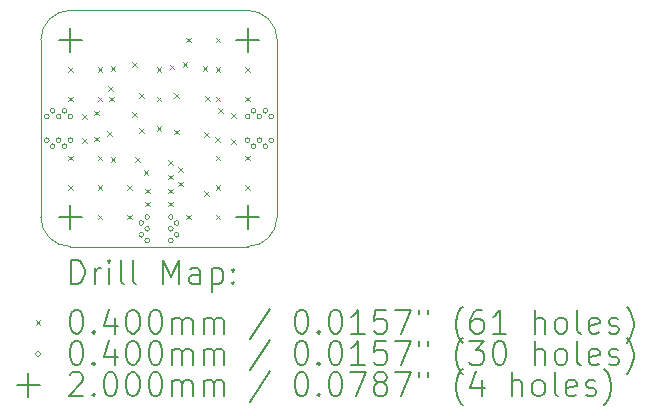
<source format=gbr>
%TF.GenerationSoftware,KiCad,Pcbnew,7.0.5+dfsg-2*%
%TF.CreationDate,2023-08-15T21:55:28+02:00*%
%TF.ProjectId,022-lumped-quadrature-coupler,3032322d-6c75-46d7-9065-642d71756164,1*%
%TF.SameCoordinates,Original*%
%TF.FileFunction,Drillmap*%
%TF.FilePolarity,Positive*%
%FSLAX45Y45*%
G04 Gerber Fmt 4.5, Leading zero omitted, Abs format (unit mm)*
G04 Created by KiCad (PCBNEW 7.0.5+dfsg-2) date 2023-08-15 21:55:28*
%MOMM*%
%LPD*%
G01*
G04 APERTURE LIST*
%ADD10C,0.100000*%
%ADD11C,0.200000*%
%ADD12C,0.040000*%
G04 APERTURE END LIST*
D10*
X13750000Y-8500000D02*
G75*
G03*
X14000000Y-8750000I250000J0D01*
G01*
X15500000Y-8750000D02*
X14000000Y-8750000D01*
X14000000Y-6750000D02*
X15500000Y-6750000D01*
X15750000Y-7000000D02*
X15750000Y-8500000D01*
X13750000Y-8500000D02*
X13750000Y-7000000D01*
X15500000Y-8750000D02*
G75*
G03*
X15750000Y-8500000I0J250000D01*
G01*
X15750000Y-7000000D02*
G75*
G03*
X15500000Y-6750000I-250000J0D01*
G01*
X14000000Y-6750000D02*
G75*
G03*
X13750000Y-7000000I0J-250000D01*
G01*
D11*
D12*
X13980000Y-7230000D02*
X14020000Y-7270000D01*
X14020000Y-7230000D02*
X13980000Y-7270000D01*
X13980000Y-7480000D02*
X14020000Y-7520000D01*
X14020000Y-7480000D02*
X13980000Y-7520000D01*
X13980000Y-7980000D02*
X14020000Y-8020000D01*
X14020000Y-7980000D02*
X13980000Y-8020000D01*
X13980000Y-8230000D02*
X14020000Y-8270000D01*
X14020000Y-8230000D02*
X13980000Y-8270000D01*
X14100000Y-7630000D02*
X14140000Y-7670000D01*
X14140000Y-7630000D02*
X14100000Y-7670000D01*
X14100000Y-7830000D02*
X14140000Y-7870000D01*
X14140000Y-7830000D02*
X14100000Y-7870000D01*
X14200000Y-7600000D02*
X14240000Y-7640000D01*
X14240000Y-7600000D02*
X14200000Y-7640000D01*
X14200000Y-7820000D02*
X14240000Y-7860000D01*
X14240000Y-7820000D02*
X14200000Y-7860000D01*
X14230000Y-7230000D02*
X14270000Y-7270000D01*
X14270000Y-7230000D02*
X14230000Y-7270000D01*
X14230000Y-7480000D02*
X14270000Y-7520000D01*
X14270000Y-7480000D02*
X14230000Y-7520000D01*
X14230000Y-7980000D02*
X14270000Y-8020000D01*
X14270000Y-7980000D02*
X14230000Y-8020000D01*
X14230000Y-8230000D02*
X14270000Y-8270000D01*
X14270000Y-8230000D02*
X14230000Y-8270000D01*
X14230000Y-8480000D02*
X14270000Y-8520000D01*
X14270000Y-8480000D02*
X14230000Y-8520000D01*
X14310000Y-7770000D02*
X14350000Y-7810000D01*
X14350000Y-7770000D02*
X14310000Y-7810000D01*
X14320000Y-7390000D02*
X14360000Y-7430000D01*
X14360000Y-7390000D02*
X14320000Y-7430000D01*
X14330000Y-7480000D02*
X14370000Y-7520000D01*
X14370000Y-7480000D02*
X14330000Y-7520000D01*
X14340000Y-7220000D02*
X14380000Y-7260000D01*
X14380000Y-7220000D02*
X14340000Y-7260000D01*
X14340000Y-7990000D02*
X14380000Y-8030000D01*
X14380000Y-7990000D02*
X14340000Y-8030000D01*
X14480000Y-8230000D02*
X14520000Y-8270000D01*
X14520000Y-8230000D02*
X14480000Y-8270000D01*
X14480000Y-8480000D02*
X14520000Y-8520000D01*
X14520000Y-8480000D02*
X14480000Y-8520000D01*
X14520000Y-7190000D02*
X14560000Y-7230000D01*
X14560000Y-7190000D02*
X14520000Y-7230000D01*
X14520000Y-7610000D02*
X14560000Y-7650000D01*
X14560000Y-7610000D02*
X14520000Y-7650000D01*
X14550000Y-7990000D02*
X14590000Y-8030000D01*
X14590000Y-7990000D02*
X14550000Y-8030000D01*
X14580000Y-7450000D02*
X14620000Y-7490000D01*
X14620000Y-7450000D02*
X14580000Y-7490000D01*
X14580000Y-7750000D02*
X14620000Y-7790000D01*
X14620000Y-7750000D02*
X14580000Y-7790000D01*
X14620000Y-8100000D02*
X14660000Y-8140000D01*
X14660000Y-8100000D02*
X14620000Y-8140000D01*
X14630000Y-8260000D02*
X14670000Y-8300000D01*
X14670000Y-8260000D02*
X14630000Y-8300000D01*
X14630000Y-8370000D02*
X14670000Y-8410000D01*
X14670000Y-8370000D02*
X14630000Y-8410000D01*
X14730000Y-7230000D02*
X14770000Y-7270000D01*
X14770000Y-7230000D02*
X14730000Y-7270000D01*
X14730000Y-7480000D02*
X14770000Y-7520000D01*
X14770000Y-7480000D02*
X14730000Y-7520000D01*
X14730000Y-7730000D02*
X14770000Y-7770000D01*
X14770000Y-7730000D02*
X14730000Y-7770000D01*
X14830000Y-8020000D02*
X14870000Y-8060000D01*
X14870000Y-8020000D02*
X14830000Y-8060000D01*
X14830000Y-8140000D02*
X14870000Y-8180000D01*
X14870000Y-8140000D02*
X14830000Y-8180000D01*
X14830000Y-8260000D02*
X14870000Y-8300000D01*
X14870000Y-8260000D02*
X14830000Y-8300000D01*
X14830000Y-8370000D02*
X14870000Y-8410000D01*
X14870000Y-8370000D02*
X14830000Y-8410000D01*
X14840000Y-7210000D02*
X14880000Y-7250000D01*
X14880000Y-7210000D02*
X14840000Y-7250000D01*
X14880000Y-7450000D02*
X14920000Y-7490000D01*
X14920000Y-7450000D02*
X14880000Y-7490000D01*
X14880000Y-7760000D02*
X14920000Y-7800000D01*
X14920000Y-7760000D02*
X14880000Y-7800000D01*
X14910000Y-8080000D02*
X14950000Y-8120000D01*
X14950000Y-8080000D02*
X14910000Y-8120000D01*
X14910000Y-8200000D02*
X14950000Y-8240000D01*
X14950000Y-8200000D02*
X14910000Y-8240000D01*
X14950000Y-7190000D02*
X14990000Y-7230000D01*
X14990000Y-7190000D02*
X14950000Y-7230000D01*
X14980000Y-6980000D02*
X15020000Y-7020000D01*
X15020000Y-6980000D02*
X14980000Y-7020000D01*
X14980000Y-8480000D02*
X15020000Y-8520000D01*
X15020000Y-8480000D02*
X14980000Y-8520000D01*
X15120000Y-7220000D02*
X15160000Y-7260000D01*
X15160000Y-7220000D02*
X15120000Y-7260000D01*
X15130000Y-7780000D02*
X15170000Y-7820000D01*
X15170000Y-7780000D02*
X15130000Y-7820000D01*
X15130000Y-8280000D02*
X15170000Y-8320000D01*
X15170000Y-8280000D02*
X15130000Y-8320000D01*
X15140082Y-7473639D02*
X15180082Y-7513639D01*
X15180082Y-7473639D02*
X15140082Y-7513639D01*
X15225341Y-7826467D02*
X15265341Y-7866467D01*
X15265341Y-7826467D02*
X15225341Y-7866467D01*
X15230000Y-6980000D02*
X15270000Y-7020000D01*
X15270000Y-6980000D02*
X15230000Y-7020000D01*
X15230000Y-7230000D02*
X15270000Y-7270000D01*
X15270000Y-7230000D02*
X15230000Y-7270000D01*
X15230000Y-7480000D02*
X15270000Y-7520000D01*
X15270000Y-7480000D02*
X15230000Y-7520000D01*
X15230000Y-7980000D02*
X15270000Y-8020000D01*
X15270000Y-7980000D02*
X15230000Y-8020000D01*
X15230000Y-8230000D02*
X15270000Y-8270000D01*
X15270000Y-8230000D02*
X15230000Y-8270000D01*
X15230000Y-8480000D02*
X15270000Y-8520000D01*
X15270000Y-8480000D02*
X15230000Y-8520000D01*
X15250000Y-7580000D02*
X15290000Y-7620000D01*
X15290000Y-7580000D02*
X15250000Y-7620000D01*
X15360000Y-7620000D02*
X15400000Y-7660000D01*
X15400000Y-7620000D02*
X15360000Y-7660000D01*
X15360000Y-7840000D02*
X15400000Y-7880000D01*
X15400000Y-7840000D02*
X15360000Y-7880000D01*
X15480000Y-7230000D02*
X15520000Y-7270000D01*
X15520000Y-7230000D02*
X15480000Y-7270000D01*
X15480000Y-7480000D02*
X15520000Y-7520000D01*
X15520000Y-7480000D02*
X15480000Y-7520000D01*
X15480000Y-7980000D02*
X15520000Y-8020000D01*
X15520000Y-7980000D02*
X15480000Y-8020000D01*
X15480000Y-8230000D02*
X15520000Y-8270000D01*
X15520000Y-8230000D02*
X15480000Y-8270000D01*
X13820000Y-7650000D02*
G75*
G03*
X13820000Y-7650000I-20000J0D01*
G01*
X13820000Y-7850000D02*
G75*
G03*
X13820000Y-7850000I-20000J0D01*
G01*
X13870000Y-7600000D02*
G75*
G03*
X13870000Y-7600000I-20000J0D01*
G01*
X13870000Y-7900000D02*
G75*
G03*
X13870000Y-7900000I-20000J0D01*
G01*
X13920000Y-7650000D02*
G75*
G03*
X13920000Y-7650000I-20000J0D01*
G01*
X13920000Y-7850000D02*
G75*
G03*
X13920000Y-7850000I-20000J0D01*
G01*
X13970000Y-7600000D02*
G75*
G03*
X13970000Y-7600000I-20000J0D01*
G01*
X13970000Y-7900000D02*
G75*
G03*
X13970000Y-7900000I-20000J0D01*
G01*
X14020000Y-7650000D02*
G75*
G03*
X14020000Y-7650000I-20000J0D01*
G01*
X14020000Y-7850000D02*
G75*
G03*
X14020000Y-7850000I-20000J0D01*
G01*
X14620000Y-8550000D02*
G75*
G03*
X14620000Y-8550000I-20000J0D01*
G01*
X14620000Y-8650000D02*
G75*
G03*
X14620000Y-8650000I-20000J0D01*
G01*
X14670000Y-8500000D02*
G75*
G03*
X14670000Y-8500000I-20000J0D01*
G01*
X14670000Y-8600000D02*
G75*
G03*
X14670000Y-8600000I-20000J0D01*
G01*
X14670000Y-8700000D02*
G75*
G03*
X14670000Y-8700000I-20000J0D01*
G01*
X14870000Y-8500000D02*
G75*
G03*
X14870000Y-8500000I-20000J0D01*
G01*
X14870000Y-8600000D02*
G75*
G03*
X14870000Y-8600000I-20000J0D01*
G01*
X14870000Y-8700000D02*
G75*
G03*
X14870000Y-8700000I-20000J0D01*
G01*
X14920000Y-8550000D02*
G75*
G03*
X14920000Y-8550000I-20000J0D01*
G01*
X14920000Y-8650000D02*
G75*
G03*
X14920000Y-8650000I-20000J0D01*
G01*
X15520000Y-7650000D02*
G75*
G03*
X15520000Y-7650000I-20000J0D01*
G01*
X15520000Y-7850000D02*
G75*
G03*
X15520000Y-7850000I-20000J0D01*
G01*
X15570000Y-7600000D02*
G75*
G03*
X15570000Y-7600000I-20000J0D01*
G01*
X15570000Y-7900000D02*
G75*
G03*
X15570000Y-7900000I-20000J0D01*
G01*
X15620000Y-7650000D02*
G75*
G03*
X15620000Y-7650000I-20000J0D01*
G01*
X15620000Y-7850000D02*
G75*
G03*
X15620000Y-7850000I-20000J0D01*
G01*
X15670000Y-7600000D02*
G75*
G03*
X15670000Y-7600000I-20000J0D01*
G01*
X15670000Y-7900000D02*
G75*
G03*
X15670000Y-7900000I-20000J0D01*
G01*
X15720000Y-7650000D02*
G75*
G03*
X15720000Y-7650000I-20000J0D01*
G01*
X15720000Y-7850000D02*
G75*
G03*
X15720000Y-7850000I-20000J0D01*
G01*
D11*
X14000000Y-6900000D02*
X14000000Y-7100000D01*
X13900000Y-7000000D02*
X14100000Y-7000000D01*
X14000000Y-8400000D02*
X14000000Y-8600000D01*
X13900000Y-8500000D02*
X14100000Y-8500000D01*
X15500000Y-6900000D02*
X15500000Y-7100000D01*
X15400000Y-7000000D02*
X15600000Y-7000000D01*
X15500000Y-8400000D02*
X15500000Y-8600000D01*
X15400000Y-8500000D02*
X15600000Y-8500000D01*
X14005777Y-9066484D02*
X14005777Y-8866484D01*
X14005777Y-8866484D02*
X14053396Y-8866484D01*
X14053396Y-8866484D02*
X14081967Y-8876008D01*
X14081967Y-8876008D02*
X14101015Y-8895055D01*
X14101015Y-8895055D02*
X14110539Y-8914103D01*
X14110539Y-8914103D02*
X14120062Y-8952198D01*
X14120062Y-8952198D02*
X14120062Y-8980770D01*
X14120062Y-8980770D02*
X14110539Y-9018865D01*
X14110539Y-9018865D02*
X14101015Y-9037912D01*
X14101015Y-9037912D02*
X14081967Y-9056960D01*
X14081967Y-9056960D02*
X14053396Y-9066484D01*
X14053396Y-9066484D02*
X14005777Y-9066484D01*
X14205777Y-9066484D02*
X14205777Y-8933150D01*
X14205777Y-8971246D02*
X14215301Y-8952198D01*
X14215301Y-8952198D02*
X14224824Y-8942674D01*
X14224824Y-8942674D02*
X14243872Y-8933150D01*
X14243872Y-8933150D02*
X14262920Y-8933150D01*
X14329586Y-9066484D02*
X14329586Y-8933150D01*
X14329586Y-8866484D02*
X14320062Y-8876008D01*
X14320062Y-8876008D02*
X14329586Y-8885531D01*
X14329586Y-8885531D02*
X14339110Y-8876008D01*
X14339110Y-8876008D02*
X14329586Y-8866484D01*
X14329586Y-8866484D02*
X14329586Y-8885531D01*
X14453396Y-9066484D02*
X14434348Y-9056960D01*
X14434348Y-9056960D02*
X14424824Y-9037912D01*
X14424824Y-9037912D02*
X14424824Y-8866484D01*
X14558158Y-9066484D02*
X14539110Y-9056960D01*
X14539110Y-9056960D02*
X14529586Y-9037912D01*
X14529586Y-9037912D02*
X14529586Y-8866484D01*
X14786729Y-9066484D02*
X14786729Y-8866484D01*
X14786729Y-8866484D02*
X14853396Y-9009341D01*
X14853396Y-9009341D02*
X14920062Y-8866484D01*
X14920062Y-8866484D02*
X14920062Y-9066484D01*
X15101015Y-9066484D02*
X15101015Y-8961722D01*
X15101015Y-8961722D02*
X15091491Y-8942674D01*
X15091491Y-8942674D02*
X15072443Y-8933150D01*
X15072443Y-8933150D02*
X15034348Y-8933150D01*
X15034348Y-8933150D02*
X15015301Y-8942674D01*
X15101015Y-9056960D02*
X15081967Y-9066484D01*
X15081967Y-9066484D02*
X15034348Y-9066484D01*
X15034348Y-9066484D02*
X15015301Y-9056960D01*
X15015301Y-9056960D02*
X15005777Y-9037912D01*
X15005777Y-9037912D02*
X15005777Y-9018865D01*
X15005777Y-9018865D02*
X15015301Y-8999817D01*
X15015301Y-8999817D02*
X15034348Y-8990293D01*
X15034348Y-8990293D02*
X15081967Y-8990293D01*
X15081967Y-8990293D02*
X15101015Y-8980770D01*
X15196253Y-8933150D02*
X15196253Y-9133150D01*
X15196253Y-8942674D02*
X15215301Y-8933150D01*
X15215301Y-8933150D02*
X15253396Y-8933150D01*
X15253396Y-8933150D02*
X15272443Y-8942674D01*
X15272443Y-8942674D02*
X15281967Y-8952198D01*
X15281967Y-8952198D02*
X15291491Y-8971246D01*
X15291491Y-8971246D02*
X15291491Y-9028389D01*
X15291491Y-9028389D02*
X15281967Y-9047436D01*
X15281967Y-9047436D02*
X15272443Y-9056960D01*
X15272443Y-9056960D02*
X15253396Y-9066484D01*
X15253396Y-9066484D02*
X15215301Y-9066484D01*
X15215301Y-9066484D02*
X15196253Y-9056960D01*
X15377205Y-9047436D02*
X15386729Y-9056960D01*
X15386729Y-9056960D02*
X15377205Y-9066484D01*
X15377205Y-9066484D02*
X15367682Y-9056960D01*
X15367682Y-9056960D02*
X15377205Y-9047436D01*
X15377205Y-9047436D02*
X15377205Y-9066484D01*
X15377205Y-8942674D02*
X15386729Y-8952198D01*
X15386729Y-8952198D02*
X15377205Y-8961722D01*
X15377205Y-8961722D02*
X15367682Y-8952198D01*
X15367682Y-8952198D02*
X15377205Y-8942674D01*
X15377205Y-8942674D02*
X15377205Y-8961722D01*
D12*
X13705000Y-9375000D02*
X13745000Y-9415000D01*
X13745000Y-9375000D02*
X13705000Y-9415000D01*
D11*
X14043872Y-9286484D02*
X14062920Y-9286484D01*
X14062920Y-9286484D02*
X14081967Y-9296008D01*
X14081967Y-9296008D02*
X14091491Y-9305531D01*
X14091491Y-9305531D02*
X14101015Y-9324579D01*
X14101015Y-9324579D02*
X14110539Y-9362674D01*
X14110539Y-9362674D02*
X14110539Y-9410293D01*
X14110539Y-9410293D02*
X14101015Y-9448389D01*
X14101015Y-9448389D02*
X14091491Y-9467436D01*
X14091491Y-9467436D02*
X14081967Y-9476960D01*
X14081967Y-9476960D02*
X14062920Y-9486484D01*
X14062920Y-9486484D02*
X14043872Y-9486484D01*
X14043872Y-9486484D02*
X14024824Y-9476960D01*
X14024824Y-9476960D02*
X14015301Y-9467436D01*
X14015301Y-9467436D02*
X14005777Y-9448389D01*
X14005777Y-9448389D02*
X13996253Y-9410293D01*
X13996253Y-9410293D02*
X13996253Y-9362674D01*
X13996253Y-9362674D02*
X14005777Y-9324579D01*
X14005777Y-9324579D02*
X14015301Y-9305531D01*
X14015301Y-9305531D02*
X14024824Y-9296008D01*
X14024824Y-9296008D02*
X14043872Y-9286484D01*
X14196253Y-9467436D02*
X14205777Y-9476960D01*
X14205777Y-9476960D02*
X14196253Y-9486484D01*
X14196253Y-9486484D02*
X14186729Y-9476960D01*
X14186729Y-9476960D02*
X14196253Y-9467436D01*
X14196253Y-9467436D02*
X14196253Y-9486484D01*
X14377205Y-9353150D02*
X14377205Y-9486484D01*
X14329586Y-9276960D02*
X14281967Y-9419817D01*
X14281967Y-9419817D02*
X14405777Y-9419817D01*
X14520062Y-9286484D02*
X14539110Y-9286484D01*
X14539110Y-9286484D02*
X14558158Y-9296008D01*
X14558158Y-9296008D02*
X14567682Y-9305531D01*
X14567682Y-9305531D02*
X14577205Y-9324579D01*
X14577205Y-9324579D02*
X14586729Y-9362674D01*
X14586729Y-9362674D02*
X14586729Y-9410293D01*
X14586729Y-9410293D02*
X14577205Y-9448389D01*
X14577205Y-9448389D02*
X14567682Y-9467436D01*
X14567682Y-9467436D02*
X14558158Y-9476960D01*
X14558158Y-9476960D02*
X14539110Y-9486484D01*
X14539110Y-9486484D02*
X14520062Y-9486484D01*
X14520062Y-9486484D02*
X14501015Y-9476960D01*
X14501015Y-9476960D02*
X14491491Y-9467436D01*
X14491491Y-9467436D02*
X14481967Y-9448389D01*
X14481967Y-9448389D02*
X14472443Y-9410293D01*
X14472443Y-9410293D02*
X14472443Y-9362674D01*
X14472443Y-9362674D02*
X14481967Y-9324579D01*
X14481967Y-9324579D02*
X14491491Y-9305531D01*
X14491491Y-9305531D02*
X14501015Y-9296008D01*
X14501015Y-9296008D02*
X14520062Y-9286484D01*
X14710539Y-9286484D02*
X14729586Y-9286484D01*
X14729586Y-9286484D02*
X14748634Y-9296008D01*
X14748634Y-9296008D02*
X14758158Y-9305531D01*
X14758158Y-9305531D02*
X14767682Y-9324579D01*
X14767682Y-9324579D02*
X14777205Y-9362674D01*
X14777205Y-9362674D02*
X14777205Y-9410293D01*
X14777205Y-9410293D02*
X14767682Y-9448389D01*
X14767682Y-9448389D02*
X14758158Y-9467436D01*
X14758158Y-9467436D02*
X14748634Y-9476960D01*
X14748634Y-9476960D02*
X14729586Y-9486484D01*
X14729586Y-9486484D02*
X14710539Y-9486484D01*
X14710539Y-9486484D02*
X14691491Y-9476960D01*
X14691491Y-9476960D02*
X14681967Y-9467436D01*
X14681967Y-9467436D02*
X14672443Y-9448389D01*
X14672443Y-9448389D02*
X14662920Y-9410293D01*
X14662920Y-9410293D02*
X14662920Y-9362674D01*
X14662920Y-9362674D02*
X14672443Y-9324579D01*
X14672443Y-9324579D02*
X14681967Y-9305531D01*
X14681967Y-9305531D02*
X14691491Y-9296008D01*
X14691491Y-9296008D02*
X14710539Y-9286484D01*
X14862920Y-9486484D02*
X14862920Y-9353150D01*
X14862920Y-9372198D02*
X14872443Y-9362674D01*
X14872443Y-9362674D02*
X14891491Y-9353150D01*
X14891491Y-9353150D02*
X14920063Y-9353150D01*
X14920063Y-9353150D02*
X14939110Y-9362674D01*
X14939110Y-9362674D02*
X14948634Y-9381722D01*
X14948634Y-9381722D02*
X14948634Y-9486484D01*
X14948634Y-9381722D02*
X14958158Y-9362674D01*
X14958158Y-9362674D02*
X14977205Y-9353150D01*
X14977205Y-9353150D02*
X15005777Y-9353150D01*
X15005777Y-9353150D02*
X15024824Y-9362674D01*
X15024824Y-9362674D02*
X15034348Y-9381722D01*
X15034348Y-9381722D02*
X15034348Y-9486484D01*
X15129586Y-9486484D02*
X15129586Y-9353150D01*
X15129586Y-9372198D02*
X15139110Y-9362674D01*
X15139110Y-9362674D02*
X15158158Y-9353150D01*
X15158158Y-9353150D02*
X15186729Y-9353150D01*
X15186729Y-9353150D02*
X15205777Y-9362674D01*
X15205777Y-9362674D02*
X15215301Y-9381722D01*
X15215301Y-9381722D02*
X15215301Y-9486484D01*
X15215301Y-9381722D02*
X15224824Y-9362674D01*
X15224824Y-9362674D02*
X15243872Y-9353150D01*
X15243872Y-9353150D02*
X15272443Y-9353150D01*
X15272443Y-9353150D02*
X15291491Y-9362674D01*
X15291491Y-9362674D02*
X15301015Y-9381722D01*
X15301015Y-9381722D02*
X15301015Y-9486484D01*
X15691491Y-9276960D02*
X15520063Y-9534103D01*
X15948634Y-9286484D02*
X15967682Y-9286484D01*
X15967682Y-9286484D02*
X15986729Y-9296008D01*
X15986729Y-9296008D02*
X15996253Y-9305531D01*
X15996253Y-9305531D02*
X16005777Y-9324579D01*
X16005777Y-9324579D02*
X16015301Y-9362674D01*
X16015301Y-9362674D02*
X16015301Y-9410293D01*
X16015301Y-9410293D02*
X16005777Y-9448389D01*
X16005777Y-9448389D02*
X15996253Y-9467436D01*
X15996253Y-9467436D02*
X15986729Y-9476960D01*
X15986729Y-9476960D02*
X15967682Y-9486484D01*
X15967682Y-9486484D02*
X15948634Y-9486484D01*
X15948634Y-9486484D02*
X15929586Y-9476960D01*
X15929586Y-9476960D02*
X15920063Y-9467436D01*
X15920063Y-9467436D02*
X15910539Y-9448389D01*
X15910539Y-9448389D02*
X15901015Y-9410293D01*
X15901015Y-9410293D02*
X15901015Y-9362674D01*
X15901015Y-9362674D02*
X15910539Y-9324579D01*
X15910539Y-9324579D02*
X15920063Y-9305531D01*
X15920063Y-9305531D02*
X15929586Y-9296008D01*
X15929586Y-9296008D02*
X15948634Y-9286484D01*
X16101015Y-9467436D02*
X16110539Y-9476960D01*
X16110539Y-9476960D02*
X16101015Y-9486484D01*
X16101015Y-9486484D02*
X16091491Y-9476960D01*
X16091491Y-9476960D02*
X16101015Y-9467436D01*
X16101015Y-9467436D02*
X16101015Y-9486484D01*
X16234348Y-9286484D02*
X16253396Y-9286484D01*
X16253396Y-9286484D02*
X16272444Y-9296008D01*
X16272444Y-9296008D02*
X16281967Y-9305531D01*
X16281967Y-9305531D02*
X16291491Y-9324579D01*
X16291491Y-9324579D02*
X16301015Y-9362674D01*
X16301015Y-9362674D02*
X16301015Y-9410293D01*
X16301015Y-9410293D02*
X16291491Y-9448389D01*
X16291491Y-9448389D02*
X16281967Y-9467436D01*
X16281967Y-9467436D02*
X16272444Y-9476960D01*
X16272444Y-9476960D02*
X16253396Y-9486484D01*
X16253396Y-9486484D02*
X16234348Y-9486484D01*
X16234348Y-9486484D02*
X16215301Y-9476960D01*
X16215301Y-9476960D02*
X16205777Y-9467436D01*
X16205777Y-9467436D02*
X16196253Y-9448389D01*
X16196253Y-9448389D02*
X16186729Y-9410293D01*
X16186729Y-9410293D02*
X16186729Y-9362674D01*
X16186729Y-9362674D02*
X16196253Y-9324579D01*
X16196253Y-9324579D02*
X16205777Y-9305531D01*
X16205777Y-9305531D02*
X16215301Y-9296008D01*
X16215301Y-9296008D02*
X16234348Y-9286484D01*
X16491491Y-9486484D02*
X16377206Y-9486484D01*
X16434348Y-9486484D02*
X16434348Y-9286484D01*
X16434348Y-9286484D02*
X16415301Y-9315055D01*
X16415301Y-9315055D02*
X16396253Y-9334103D01*
X16396253Y-9334103D02*
X16377206Y-9343627D01*
X16672444Y-9286484D02*
X16577206Y-9286484D01*
X16577206Y-9286484D02*
X16567682Y-9381722D01*
X16567682Y-9381722D02*
X16577206Y-9372198D01*
X16577206Y-9372198D02*
X16596253Y-9362674D01*
X16596253Y-9362674D02*
X16643872Y-9362674D01*
X16643872Y-9362674D02*
X16662920Y-9372198D01*
X16662920Y-9372198D02*
X16672444Y-9381722D01*
X16672444Y-9381722D02*
X16681967Y-9400770D01*
X16681967Y-9400770D02*
X16681967Y-9448389D01*
X16681967Y-9448389D02*
X16672444Y-9467436D01*
X16672444Y-9467436D02*
X16662920Y-9476960D01*
X16662920Y-9476960D02*
X16643872Y-9486484D01*
X16643872Y-9486484D02*
X16596253Y-9486484D01*
X16596253Y-9486484D02*
X16577206Y-9476960D01*
X16577206Y-9476960D02*
X16567682Y-9467436D01*
X16748634Y-9286484D02*
X16881968Y-9286484D01*
X16881968Y-9286484D02*
X16796253Y-9486484D01*
X16948634Y-9286484D02*
X16948634Y-9324579D01*
X17024825Y-9286484D02*
X17024825Y-9324579D01*
X17320063Y-9562674D02*
X17310539Y-9553150D01*
X17310539Y-9553150D02*
X17291491Y-9524579D01*
X17291491Y-9524579D02*
X17281968Y-9505531D01*
X17281968Y-9505531D02*
X17272444Y-9476960D01*
X17272444Y-9476960D02*
X17262920Y-9429341D01*
X17262920Y-9429341D02*
X17262920Y-9391246D01*
X17262920Y-9391246D02*
X17272444Y-9343627D01*
X17272444Y-9343627D02*
X17281968Y-9315055D01*
X17281968Y-9315055D02*
X17291491Y-9296008D01*
X17291491Y-9296008D02*
X17310539Y-9267436D01*
X17310539Y-9267436D02*
X17320063Y-9257912D01*
X17481968Y-9286484D02*
X17443872Y-9286484D01*
X17443872Y-9286484D02*
X17424825Y-9296008D01*
X17424825Y-9296008D02*
X17415301Y-9305531D01*
X17415301Y-9305531D02*
X17396253Y-9334103D01*
X17396253Y-9334103D02*
X17386730Y-9372198D01*
X17386730Y-9372198D02*
X17386730Y-9448389D01*
X17386730Y-9448389D02*
X17396253Y-9467436D01*
X17396253Y-9467436D02*
X17405777Y-9476960D01*
X17405777Y-9476960D02*
X17424825Y-9486484D01*
X17424825Y-9486484D02*
X17462920Y-9486484D01*
X17462920Y-9486484D02*
X17481968Y-9476960D01*
X17481968Y-9476960D02*
X17491491Y-9467436D01*
X17491491Y-9467436D02*
X17501015Y-9448389D01*
X17501015Y-9448389D02*
X17501015Y-9400770D01*
X17501015Y-9400770D02*
X17491491Y-9381722D01*
X17491491Y-9381722D02*
X17481968Y-9372198D01*
X17481968Y-9372198D02*
X17462920Y-9362674D01*
X17462920Y-9362674D02*
X17424825Y-9362674D01*
X17424825Y-9362674D02*
X17405777Y-9372198D01*
X17405777Y-9372198D02*
X17396253Y-9381722D01*
X17396253Y-9381722D02*
X17386730Y-9400770D01*
X17691491Y-9486484D02*
X17577206Y-9486484D01*
X17634349Y-9486484D02*
X17634349Y-9286484D01*
X17634349Y-9286484D02*
X17615301Y-9315055D01*
X17615301Y-9315055D02*
X17596253Y-9334103D01*
X17596253Y-9334103D02*
X17577206Y-9343627D01*
X17929587Y-9486484D02*
X17929587Y-9286484D01*
X18015301Y-9486484D02*
X18015301Y-9381722D01*
X18015301Y-9381722D02*
X18005777Y-9362674D01*
X18005777Y-9362674D02*
X17986730Y-9353150D01*
X17986730Y-9353150D02*
X17958158Y-9353150D01*
X17958158Y-9353150D02*
X17939111Y-9362674D01*
X17939111Y-9362674D02*
X17929587Y-9372198D01*
X18139111Y-9486484D02*
X18120063Y-9476960D01*
X18120063Y-9476960D02*
X18110539Y-9467436D01*
X18110539Y-9467436D02*
X18101015Y-9448389D01*
X18101015Y-9448389D02*
X18101015Y-9391246D01*
X18101015Y-9391246D02*
X18110539Y-9372198D01*
X18110539Y-9372198D02*
X18120063Y-9362674D01*
X18120063Y-9362674D02*
X18139111Y-9353150D01*
X18139111Y-9353150D02*
X18167682Y-9353150D01*
X18167682Y-9353150D02*
X18186730Y-9362674D01*
X18186730Y-9362674D02*
X18196253Y-9372198D01*
X18196253Y-9372198D02*
X18205777Y-9391246D01*
X18205777Y-9391246D02*
X18205777Y-9448389D01*
X18205777Y-9448389D02*
X18196253Y-9467436D01*
X18196253Y-9467436D02*
X18186730Y-9476960D01*
X18186730Y-9476960D02*
X18167682Y-9486484D01*
X18167682Y-9486484D02*
X18139111Y-9486484D01*
X18320063Y-9486484D02*
X18301015Y-9476960D01*
X18301015Y-9476960D02*
X18291492Y-9457912D01*
X18291492Y-9457912D02*
X18291492Y-9286484D01*
X18472444Y-9476960D02*
X18453396Y-9486484D01*
X18453396Y-9486484D02*
X18415301Y-9486484D01*
X18415301Y-9486484D02*
X18396253Y-9476960D01*
X18396253Y-9476960D02*
X18386730Y-9457912D01*
X18386730Y-9457912D02*
X18386730Y-9381722D01*
X18386730Y-9381722D02*
X18396253Y-9362674D01*
X18396253Y-9362674D02*
X18415301Y-9353150D01*
X18415301Y-9353150D02*
X18453396Y-9353150D01*
X18453396Y-9353150D02*
X18472444Y-9362674D01*
X18472444Y-9362674D02*
X18481968Y-9381722D01*
X18481968Y-9381722D02*
X18481968Y-9400770D01*
X18481968Y-9400770D02*
X18386730Y-9419817D01*
X18558158Y-9476960D02*
X18577206Y-9486484D01*
X18577206Y-9486484D02*
X18615301Y-9486484D01*
X18615301Y-9486484D02*
X18634349Y-9476960D01*
X18634349Y-9476960D02*
X18643873Y-9457912D01*
X18643873Y-9457912D02*
X18643873Y-9448389D01*
X18643873Y-9448389D02*
X18634349Y-9429341D01*
X18634349Y-9429341D02*
X18615301Y-9419817D01*
X18615301Y-9419817D02*
X18586730Y-9419817D01*
X18586730Y-9419817D02*
X18567682Y-9410293D01*
X18567682Y-9410293D02*
X18558158Y-9391246D01*
X18558158Y-9391246D02*
X18558158Y-9381722D01*
X18558158Y-9381722D02*
X18567682Y-9362674D01*
X18567682Y-9362674D02*
X18586730Y-9353150D01*
X18586730Y-9353150D02*
X18615301Y-9353150D01*
X18615301Y-9353150D02*
X18634349Y-9362674D01*
X18710539Y-9562674D02*
X18720063Y-9553150D01*
X18720063Y-9553150D02*
X18739111Y-9524579D01*
X18739111Y-9524579D02*
X18748634Y-9505531D01*
X18748634Y-9505531D02*
X18758158Y-9476960D01*
X18758158Y-9476960D02*
X18767682Y-9429341D01*
X18767682Y-9429341D02*
X18767682Y-9391246D01*
X18767682Y-9391246D02*
X18758158Y-9343627D01*
X18758158Y-9343627D02*
X18748634Y-9315055D01*
X18748634Y-9315055D02*
X18739111Y-9296008D01*
X18739111Y-9296008D02*
X18720063Y-9267436D01*
X18720063Y-9267436D02*
X18710539Y-9257912D01*
D12*
X13745000Y-9659000D02*
G75*
G03*
X13745000Y-9659000I-20000J0D01*
G01*
D11*
X14043872Y-9550484D02*
X14062920Y-9550484D01*
X14062920Y-9550484D02*
X14081967Y-9560008D01*
X14081967Y-9560008D02*
X14091491Y-9569531D01*
X14091491Y-9569531D02*
X14101015Y-9588579D01*
X14101015Y-9588579D02*
X14110539Y-9626674D01*
X14110539Y-9626674D02*
X14110539Y-9674293D01*
X14110539Y-9674293D02*
X14101015Y-9712389D01*
X14101015Y-9712389D02*
X14091491Y-9731436D01*
X14091491Y-9731436D02*
X14081967Y-9740960D01*
X14081967Y-9740960D02*
X14062920Y-9750484D01*
X14062920Y-9750484D02*
X14043872Y-9750484D01*
X14043872Y-9750484D02*
X14024824Y-9740960D01*
X14024824Y-9740960D02*
X14015301Y-9731436D01*
X14015301Y-9731436D02*
X14005777Y-9712389D01*
X14005777Y-9712389D02*
X13996253Y-9674293D01*
X13996253Y-9674293D02*
X13996253Y-9626674D01*
X13996253Y-9626674D02*
X14005777Y-9588579D01*
X14005777Y-9588579D02*
X14015301Y-9569531D01*
X14015301Y-9569531D02*
X14024824Y-9560008D01*
X14024824Y-9560008D02*
X14043872Y-9550484D01*
X14196253Y-9731436D02*
X14205777Y-9740960D01*
X14205777Y-9740960D02*
X14196253Y-9750484D01*
X14196253Y-9750484D02*
X14186729Y-9740960D01*
X14186729Y-9740960D02*
X14196253Y-9731436D01*
X14196253Y-9731436D02*
X14196253Y-9750484D01*
X14377205Y-9617150D02*
X14377205Y-9750484D01*
X14329586Y-9540960D02*
X14281967Y-9683817D01*
X14281967Y-9683817D02*
X14405777Y-9683817D01*
X14520062Y-9550484D02*
X14539110Y-9550484D01*
X14539110Y-9550484D02*
X14558158Y-9560008D01*
X14558158Y-9560008D02*
X14567682Y-9569531D01*
X14567682Y-9569531D02*
X14577205Y-9588579D01*
X14577205Y-9588579D02*
X14586729Y-9626674D01*
X14586729Y-9626674D02*
X14586729Y-9674293D01*
X14586729Y-9674293D02*
X14577205Y-9712389D01*
X14577205Y-9712389D02*
X14567682Y-9731436D01*
X14567682Y-9731436D02*
X14558158Y-9740960D01*
X14558158Y-9740960D02*
X14539110Y-9750484D01*
X14539110Y-9750484D02*
X14520062Y-9750484D01*
X14520062Y-9750484D02*
X14501015Y-9740960D01*
X14501015Y-9740960D02*
X14491491Y-9731436D01*
X14491491Y-9731436D02*
X14481967Y-9712389D01*
X14481967Y-9712389D02*
X14472443Y-9674293D01*
X14472443Y-9674293D02*
X14472443Y-9626674D01*
X14472443Y-9626674D02*
X14481967Y-9588579D01*
X14481967Y-9588579D02*
X14491491Y-9569531D01*
X14491491Y-9569531D02*
X14501015Y-9560008D01*
X14501015Y-9560008D02*
X14520062Y-9550484D01*
X14710539Y-9550484D02*
X14729586Y-9550484D01*
X14729586Y-9550484D02*
X14748634Y-9560008D01*
X14748634Y-9560008D02*
X14758158Y-9569531D01*
X14758158Y-9569531D02*
X14767682Y-9588579D01*
X14767682Y-9588579D02*
X14777205Y-9626674D01*
X14777205Y-9626674D02*
X14777205Y-9674293D01*
X14777205Y-9674293D02*
X14767682Y-9712389D01*
X14767682Y-9712389D02*
X14758158Y-9731436D01*
X14758158Y-9731436D02*
X14748634Y-9740960D01*
X14748634Y-9740960D02*
X14729586Y-9750484D01*
X14729586Y-9750484D02*
X14710539Y-9750484D01*
X14710539Y-9750484D02*
X14691491Y-9740960D01*
X14691491Y-9740960D02*
X14681967Y-9731436D01*
X14681967Y-9731436D02*
X14672443Y-9712389D01*
X14672443Y-9712389D02*
X14662920Y-9674293D01*
X14662920Y-9674293D02*
X14662920Y-9626674D01*
X14662920Y-9626674D02*
X14672443Y-9588579D01*
X14672443Y-9588579D02*
X14681967Y-9569531D01*
X14681967Y-9569531D02*
X14691491Y-9560008D01*
X14691491Y-9560008D02*
X14710539Y-9550484D01*
X14862920Y-9750484D02*
X14862920Y-9617150D01*
X14862920Y-9636198D02*
X14872443Y-9626674D01*
X14872443Y-9626674D02*
X14891491Y-9617150D01*
X14891491Y-9617150D02*
X14920063Y-9617150D01*
X14920063Y-9617150D02*
X14939110Y-9626674D01*
X14939110Y-9626674D02*
X14948634Y-9645722D01*
X14948634Y-9645722D02*
X14948634Y-9750484D01*
X14948634Y-9645722D02*
X14958158Y-9626674D01*
X14958158Y-9626674D02*
X14977205Y-9617150D01*
X14977205Y-9617150D02*
X15005777Y-9617150D01*
X15005777Y-9617150D02*
X15024824Y-9626674D01*
X15024824Y-9626674D02*
X15034348Y-9645722D01*
X15034348Y-9645722D02*
X15034348Y-9750484D01*
X15129586Y-9750484D02*
X15129586Y-9617150D01*
X15129586Y-9636198D02*
X15139110Y-9626674D01*
X15139110Y-9626674D02*
X15158158Y-9617150D01*
X15158158Y-9617150D02*
X15186729Y-9617150D01*
X15186729Y-9617150D02*
X15205777Y-9626674D01*
X15205777Y-9626674D02*
X15215301Y-9645722D01*
X15215301Y-9645722D02*
X15215301Y-9750484D01*
X15215301Y-9645722D02*
X15224824Y-9626674D01*
X15224824Y-9626674D02*
X15243872Y-9617150D01*
X15243872Y-9617150D02*
X15272443Y-9617150D01*
X15272443Y-9617150D02*
X15291491Y-9626674D01*
X15291491Y-9626674D02*
X15301015Y-9645722D01*
X15301015Y-9645722D02*
X15301015Y-9750484D01*
X15691491Y-9540960D02*
X15520063Y-9798103D01*
X15948634Y-9550484D02*
X15967682Y-9550484D01*
X15967682Y-9550484D02*
X15986729Y-9560008D01*
X15986729Y-9560008D02*
X15996253Y-9569531D01*
X15996253Y-9569531D02*
X16005777Y-9588579D01*
X16005777Y-9588579D02*
X16015301Y-9626674D01*
X16015301Y-9626674D02*
X16015301Y-9674293D01*
X16015301Y-9674293D02*
X16005777Y-9712389D01*
X16005777Y-9712389D02*
X15996253Y-9731436D01*
X15996253Y-9731436D02*
X15986729Y-9740960D01*
X15986729Y-9740960D02*
X15967682Y-9750484D01*
X15967682Y-9750484D02*
X15948634Y-9750484D01*
X15948634Y-9750484D02*
X15929586Y-9740960D01*
X15929586Y-9740960D02*
X15920063Y-9731436D01*
X15920063Y-9731436D02*
X15910539Y-9712389D01*
X15910539Y-9712389D02*
X15901015Y-9674293D01*
X15901015Y-9674293D02*
X15901015Y-9626674D01*
X15901015Y-9626674D02*
X15910539Y-9588579D01*
X15910539Y-9588579D02*
X15920063Y-9569531D01*
X15920063Y-9569531D02*
X15929586Y-9560008D01*
X15929586Y-9560008D02*
X15948634Y-9550484D01*
X16101015Y-9731436D02*
X16110539Y-9740960D01*
X16110539Y-9740960D02*
X16101015Y-9750484D01*
X16101015Y-9750484D02*
X16091491Y-9740960D01*
X16091491Y-9740960D02*
X16101015Y-9731436D01*
X16101015Y-9731436D02*
X16101015Y-9750484D01*
X16234348Y-9550484D02*
X16253396Y-9550484D01*
X16253396Y-9550484D02*
X16272444Y-9560008D01*
X16272444Y-9560008D02*
X16281967Y-9569531D01*
X16281967Y-9569531D02*
X16291491Y-9588579D01*
X16291491Y-9588579D02*
X16301015Y-9626674D01*
X16301015Y-9626674D02*
X16301015Y-9674293D01*
X16301015Y-9674293D02*
X16291491Y-9712389D01*
X16291491Y-9712389D02*
X16281967Y-9731436D01*
X16281967Y-9731436D02*
X16272444Y-9740960D01*
X16272444Y-9740960D02*
X16253396Y-9750484D01*
X16253396Y-9750484D02*
X16234348Y-9750484D01*
X16234348Y-9750484D02*
X16215301Y-9740960D01*
X16215301Y-9740960D02*
X16205777Y-9731436D01*
X16205777Y-9731436D02*
X16196253Y-9712389D01*
X16196253Y-9712389D02*
X16186729Y-9674293D01*
X16186729Y-9674293D02*
X16186729Y-9626674D01*
X16186729Y-9626674D02*
X16196253Y-9588579D01*
X16196253Y-9588579D02*
X16205777Y-9569531D01*
X16205777Y-9569531D02*
X16215301Y-9560008D01*
X16215301Y-9560008D02*
X16234348Y-9550484D01*
X16491491Y-9750484D02*
X16377206Y-9750484D01*
X16434348Y-9750484D02*
X16434348Y-9550484D01*
X16434348Y-9550484D02*
X16415301Y-9579055D01*
X16415301Y-9579055D02*
X16396253Y-9598103D01*
X16396253Y-9598103D02*
X16377206Y-9607627D01*
X16672444Y-9550484D02*
X16577206Y-9550484D01*
X16577206Y-9550484D02*
X16567682Y-9645722D01*
X16567682Y-9645722D02*
X16577206Y-9636198D01*
X16577206Y-9636198D02*
X16596253Y-9626674D01*
X16596253Y-9626674D02*
X16643872Y-9626674D01*
X16643872Y-9626674D02*
X16662920Y-9636198D01*
X16662920Y-9636198D02*
X16672444Y-9645722D01*
X16672444Y-9645722D02*
X16681967Y-9664770D01*
X16681967Y-9664770D02*
X16681967Y-9712389D01*
X16681967Y-9712389D02*
X16672444Y-9731436D01*
X16672444Y-9731436D02*
X16662920Y-9740960D01*
X16662920Y-9740960D02*
X16643872Y-9750484D01*
X16643872Y-9750484D02*
X16596253Y-9750484D01*
X16596253Y-9750484D02*
X16577206Y-9740960D01*
X16577206Y-9740960D02*
X16567682Y-9731436D01*
X16748634Y-9550484D02*
X16881968Y-9550484D01*
X16881968Y-9550484D02*
X16796253Y-9750484D01*
X16948634Y-9550484D02*
X16948634Y-9588579D01*
X17024825Y-9550484D02*
X17024825Y-9588579D01*
X17320063Y-9826674D02*
X17310539Y-9817150D01*
X17310539Y-9817150D02*
X17291491Y-9788579D01*
X17291491Y-9788579D02*
X17281968Y-9769531D01*
X17281968Y-9769531D02*
X17272444Y-9740960D01*
X17272444Y-9740960D02*
X17262920Y-9693341D01*
X17262920Y-9693341D02*
X17262920Y-9655246D01*
X17262920Y-9655246D02*
X17272444Y-9607627D01*
X17272444Y-9607627D02*
X17281968Y-9579055D01*
X17281968Y-9579055D02*
X17291491Y-9560008D01*
X17291491Y-9560008D02*
X17310539Y-9531436D01*
X17310539Y-9531436D02*
X17320063Y-9521912D01*
X17377206Y-9550484D02*
X17501015Y-9550484D01*
X17501015Y-9550484D02*
X17434349Y-9626674D01*
X17434349Y-9626674D02*
X17462920Y-9626674D01*
X17462920Y-9626674D02*
X17481968Y-9636198D01*
X17481968Y-9636198D02*
X17491491Y-9645722D01*
X17491491Y-9645722D02*
X17501015Y-9664770D01*
X17501015Y-9664770D02*
X17501015Y-9712389D01*
X17501015Y-9712389D02*
X17491491Y-9731436D01*
X17491491Y-9731436D02*
X17481968Y-9740960D01*
X17481968Y-9740960D02*
X17462920Y-9750484D01*
X17462920Y-9750484D02*
X17405777Y-9750484D01*
X17405777Y-9750484D02*
X17386730Y-9740960D01*
X17386730Y-9740960D02*
X17377206Y-9731436D01*
X17624825Y-9550484D02*
X17643872Y-9550484D01*
X17643872Y-9550484D02*
X17662920Y-9560008D01*
X17662920Y-9560008D02*
X17672444Y-9569531D01*
X17672444Y-9569531D02*
X17681968Y-9588579D01*
X17681968Y-9588579D02*
X17691491Y-9626674D01*
X17691491Y-9626674D02*
X17691491Y-9674293D01*
X17691491Y-9674293D02*
X17681968Y-9712389D01*
X17681968Y-9712389D02*
X17672444Y-9731436D01*
X17672444Y-9731436D02*
X17662920Y-9740960D01*
X17662920Y-9740960D02*
X17643872Y-9750484D01*
X17643872Y-9750484D02*
X17624825Y-9750484D01*
X17624825Y-9750484D02*
X17605777Y-9740960D01*
X17605777Y-9740960D02*
X17596253Y-9731436D01*
X17596253Y-9731436D02*
X17586730Y-9712389D01*
X17586730Y-9712389D02*
X17577206Y-9674293D01*
X17577206Y-9674293D02*
X17577206Y-9626674D01*
X17577206Y-9626674D02*
X17586730Y-9588579D01*
X17586730Y-9588579D02*
X17596253Y-9569531D01*
X17596253Y-9569531D02*
X17605777Y-9560008D01*
X17605777Y-9560008D02*
X17624825Y-9550484D01*
X17929587Y-9750484D02*
X17929587Y-9550484D01*
X18015301Y-9750484D02*
X18015301Y-9645722D01*
X18015301Y-9645722D02*
X18005777Y-9626674D01*
X18005777Y-9626674D02*
X17986730Y-9617150D01*
X17986730Y-9617150D02*
X17958158Y-9617150D01*
X17958158Y-9617150D02*
X17939111Y-9626674D01*
X17939111Y-9626674D02*
X17929587Y-9636198D01*
X18139111Y-9750484D02*
X18120063Y-9740960D01*
X18120063Y-9740960D02*
X18110539Y-9731436D01*
X18110539Y-9731436D02*
X18101015Y-9712389D01*
X18101015Y-9712389D02*
X18101015Y-9655246D01*
X18101015Y-9655246D02*
X18110539Y-9636198D01*
X18110539Y-9636198D02*
X18120063Y-9626674D01*
X18120063Y-9626674D02*
X18139111Y-9617150D01*
X18139111Y-9617150D02*
X18167682Y-9617150D01*
X18167682Y-9617150D02*
X18186730Y-9626674D01*
X18186730Y-9626674D02*
X18196253Y-9636198D01*
X18196253Y-9636198D02*
X18205777Y-9655246D01*
X18205777Y-9655246D02*
X18205777Y-9712389D01*
X18205777Y-9712389D02*
X18196253Y-9731436D01*
X18196253Y-9731436D02*
X18186730Y-9740960D01*
X18186730Y-9740960D02*
X18167682Y-9750484D01*
X18167682Y-9750484D02*
X18139111Y-9750484D01*
X18320063Y-9750484D02*
X18301015Y-9740960D01*
X18301015Y-9740960D02*
X18291492Y-9721912D01*
X18291492Y-9721912D02*
X18291492Y-9550484D01*
X18472444Y-9740960D02*
X18453396Y-9750484D01*
X18453396Y-9750484D02*
X18415301Y-9750484D01*
X18415301Y-9750484D02*
X18396253Y-9740960D01*
X18396253Y-9740960D02*
X18386730Y-9721912D01*
X18386730Y-9721912D02*
X18386730Y-9645722D01*
X18386730Y-9645722D02*
X18396253Y-9626674D01*
X18396253Y-9626674D02*
X18415301Y-9617150D01*
X18415301Y-9617150D02*
X18453396Y-9617150D01*
X18453396Y-9617150D02*
X18472444Y-9626674D01*
X18472444Y-9626674D02*
X18481968Y-9645722D01*
X18481968Y-9645722D02*
X18481968Y-9664770D01*
X18481968Y-9664770D02*
X18386730Y-9683817D01*
X18558158Y-9740960D02*
X18577206Y-9750484D01*
X18577206Y-9750484D02*
X18615301Y-9750484D01*
X18615301Y-9750484D02*
X18634349Y-9740960D01*
X18634349Y-9740960D02*
X18643873Y-9721912D01*
X18643873Y-9721912D02*
X18643873Y-9712389D01*
X18643873Y-9712389D02*
X18634349Y-9693341D01*
X18634349Y-9693341D02*
X18615301Y-9683817D01*
X18615301Y-9683817D02*
X18586730Y-9683817D01*
X18586730Y-9683817D02*
X18567682Y-9674293D01*
X18567682Y-9674293D02*
X18558158Y-9655246D01*
X18558158Y-9655246D02*
X18558158Y-9645722D01*
X18558158Y-9645722D02*
X18567682Y-9626674D01*
X18567682Y-9626674D02*
X18586730Y-9617150D01*
X18586730Y-9617150D02*
X18615301Y-9617150D01*
X18615301Y-9617150D02*
X18634349Y-9626674D01*
X18710539Y-9826674D02*
X18720063Y-9817150D01*
X18720063Y-9817150D02*
X18739111Y-9788579D01*
X18739111Y-9788579D02*
X18748634Y-9769531D01*
X18748634Y-9769531D02*
X18758158Y-9740960D01*
X18758158Y-9740960D02*
X18767682Y-9693341D01*
X18767682Y-9693341D02*
X18767682Y-9655246D01*
X18767682Y-9655246D02*
X18758158Y-9607627D01*
X18758158Y-9607627D02*
X18748634Y-9579055D01*
X18748634Y-9579055D02*
X18739111Y-9560008D01*
X18739111Y-9560008D02*
X18720063Y-9531436D01*
X18720063Y-9531436D02*
X18710539Y-9521912D01*
X13645000Y-9823000D02*
X13645000Y-10023000D01*
X13545000Y-9923000D02*
X13745000Y-9923000D01*
X13996253Y-9833531D02*
X14005777Y-9824008D01*
X14005777Y-9824008D02*
X14024824Y-9814484D01*
X14024824Y-9814484D02*
X14072443Y-9814484D01*
X14072443Y-9814484D02*
X14091491Y-9824008D01*
X14091491Y-9824008D02*
X14101015Y-9833531D01*
X14101015Y-9833531D02*
X14110539Y-9852579D01*
X14110539Y-9852579D02*
X14110539Y-9871627D01*
X14110539Y-9871627D02*
X14101015Y-9900198D01*
X14101015Y-9900198D02*
X13986729Y-10014484D01*
X13986729Y-10014484D02*
X14110539Y-10014484D01*
X14196253Y-9995436D02*
X14205777Y-10004960D01*
X14205777Y-10004960D02*
X14196253Y-10014484D01*
X14196253Y-10014484D02*
X14186729Y-10004960D01*
X14186729Y-10004960D02*
X14196253Y-9995436D01*
X14196253Y-9995436D02*
X14196253Y-10014484D01*
X14329586Y-9814484D02*
X14348634Y-9814484D01*
X14348634Y-9814484D02*
X14367682Y-9824008D01*
X14367682Y-9824008D02*
X14377205Y-9833531D01*
X14377205Y-9833531D02*
X14386729Y-9852579D01*
X14386729Y-9852579D02*
X14396253Y-9890674D01*
X14396253Y-9890674D02*
X14396253Y-9938293D01*
X14396253Y-9938293D02*
X14386729Y-9976389D01*
X14386729Y-9976389D02*
X14377205Y-9995436D01*
X14377205Y-9995436D02*
X14367682Y-10004960D01*
X14367682Y-10004960D02*
X14348634Y-10014484D01*
X14348634Y-10014484D02*
X14329586Y-10014484D01*
X14329586Y-10014484D02*
X14310539Y-10004960D01*
X14310539Y-10004960D02*
X14301015Y-9995436D01*
X14301015Y-9995436D02*
X14291491Y-9976389D01*
X14291491Y-9976389D02*
X14281967Y-9938293D01*
X14281967Y-9938293D02*
X14281967Y-9890674D01*
X14281967Y-9890674D02*
X14291491Y-9852579D01*
X14291491Y-9852579D02*
X14301015Y-9833531D01*
X14301015Y-9833531D02*
X14310539Y-9824008D01*
X14310539Y-9824008D02*
X14329586Y-9814484D01*
X14520062Y-9814484D02*
X14539110Y-9814484D01*
X14539110Y-9814484D02*
X14558158Y-9824008D01*
X14558158Y-9824008D02*
X14567682Y-9833531D01*
X14567682Y-9833531D02*
X14577205Y-9852579D01*
X14577205Y-9852579D02*
X14586729Y-9890674D01*
X14586729Y-9890674D02*
X14586729Y-9938293D01*
X14586729Y-9938293D02*
X14577205Y-9976389D01*
X14577205Y-9976389D02*
X14567682Y-9995436D01*
X14567682Y-9995436D02*
X14558158Y-10004960D01*
X14558158Y-10004960D02*
X14539110Y-10014484D01*
X14539110Y-10014484D02*
X14520062Y-10014484D01*
X14520062Y-10014484D02*
X14501015Y-10004960D01*
X14501015Y-10004960D02*
X14491491Y-9995436D01*
X14491491Y-9995436D02*
X14481967Y-9976389D01*
X14481967Y-9976389D02*
X14472443Y-9938293D01*
X14472443Y-9938293D02*
X14472443Y-9890674D01*
X14472443Y-9890674D02*
X14481967Y-9852579D01*
X14481967Y-9852579D02*
X14491491Y-9833531D01*
X14491491Y-9833531D02*
X14501015Y-9824008D01*
X14501015Y-9824008D02*
X14520062Y-9814484D01*
X14710539Y-9814484D02*
X14729586Y-9814484D01*
X14729586Y-9814484D02*
X14748634Y-9824008D01*
X14748634Y-9824008D02*
X14758158Y-9833531D01*
X14758158Y-9833531D02*
X14767682Y-9852579D01*
X14767682Y-9852579D02*
X14777205Y-9890674D01*
X14777205Y-9890674D02*
X14777205Y-9938293D01*
X14777205Y-9938293D02*
X14767682Y-9976389D01*
X14767682Y-9976389D02*
X14758158Y-9995436D01*
X14758158Y-9995436D02*
X14748634Y-10004960D01*
X14748634Y-10004960D02*
X14729586Y-10014484D01*
X14729586Y-10014484D02*
X14710539Y-10014484D01*
X14710539Y-10014484D02*
X14691491Y-10004960D01*
X14691491Y-10004960D02*
X14681967Y-9995436D01*
X14681967Y-9995436D02*
X14672443Y-9976389D01*
X14672443Y-9976389D02*
X14662920Y-9938293D01*
X14662920Y-9938293D02*
X14662920Y-9890674D01*
X14662920Y-9890674D02*
X14672443Y-9852579D01*
X14672443Y-9852579D02*
X14681967Y-9833531D01*
X14681967Y-9833531D02*
X14691491Y-9824008D01*
X14691491Y-9824008D02*
X14710539Y-9814484D01*
X14862920Y-10014484D02*
X14862920Y-9881150D01*
X14862920Y-9900198D02*
X14872443Y-9890674D01*
X14872443Y-9890674D02*
X14891491Y-9881150D01*
X14891491Y-9881150D02*
X14920063Y-9881150D01*
X14920063Y-9881150D02*
X14939110Y-9890674D01*
X14939110Y-9890674D02*
X14948634Y-9909722D01*
X14948634Y-9909722D02*
X14948634Y-10014484D01*
X14948634Y-9909722D02*
X14958158Y-9890674D01*
X14958158Y-9890674D02*
X14977205Y-9881150D01*
X14977205Y-9881150D02*
X15005777Y-9881150D01*
X15005777Y-9881150D02*
X15024824Y-9890674D01*
X15024824Y-9890674D02*
X15034348Y-9909722D01*
X15034348Y-9909722D02*
X15034348Y-10014484D01*
X15129586Y-10014484D02*
X15129586Y-9881150D01*
X15129586Y-9900198D02*
X15139110Y-9890674D01*
X15139110Y-9890674D02*
X15158158Y-9881150D01*
X15158158Y-9881150D02*
X15186729Y-9881150D01*
X15186729Y-9881150D02*
X15205777Y-9890674D01*
X15205777Y-9890674D02*
X15215301Y-9909722D01*
X15215301Y-9909722D02*
X15215301Y-10014484D01*
X15215301Y-9909722D02*
X15224824Y-9890674D01*
X15224824Y-9890674D02*
X15243872Y-9881150D01*
X15243872Y-9881150D02*
X15272443Y-9881150D01*
X15272443Y-9881150D02*
X15291491Y-9890674D01*
X15291491Y-9890674D02*
X15301015Y-9909722D01*
X15301015Y-9909722D02*
X15301015Y-10014484D01*
X15691491Y-9804960D02*
X15520063Y-10062103D01*
X15948634Y-9814484D02*
X15967682Y-9814484D01*
X15967682Y-9814484D02*
X15986729Y-9824008D01*
X15986729Y-9824008D02*
X15996253Y-9833531D01*
X15996253Y-9833531D02*
X16005777Y-9852579D01*
X16005777Y-9852579D02*
X16015301Y-9890674D01*
X16015301Y-9890674D02*
X16015301Y-9938293D01*
X16015301Y-9938293D02*
X16005777Y-9976389D01*
X16005777Y-9976389D02*
X15996253Y-9995436D01*
X15996253Y-9995436D02*
X15986729Y-10004960D01*
X15986729Y-10004960D02*
X15967682Y-10014484D01*
X15967682Y-10014484D02*
X15948634Y-10014484D01*
X15948634Y-10014484D02*
X15929586Y-10004960D01*
X15929586Y-10004960D02*
X15920063Y-9995436D01*
X15920063Y-9995436D02*
X15910539Y-9976389D01*
X15910539Y-9976389D02*
X15901015Y-9938293D01*
X15901015Y-9938293D02*
X15901015Y-9890674D01*
X15901015Y-9890674D02*
X15910539Y-9852579D01*
X15910539Y-9852579D02*
X15920063Y-9833531D01*
X15920063Y-9833531D02*
X15929586Y-9824008D01*
X15929586Y-9824008D02*
X15948634Y-9814484D01*
X16101015Y-9995436D02*
X16110539Y-10004960D01*
X16110539Y-10004960D02*
X16101015Y-10014484D01*
X16101015Y-10014484D02*
X16091491Y-10004960D01*
X16091491Y-10004960D02*
X16101015Y-9995436D01*
X16101015Y-9995436D02*
X16101015Y-10014484D01*
X16234348Y-9814484D02*
X16253396Y-9814484D01*
X16253396Y-9814484D02*
X16272444Y-9824008D01*
X16272444Y-9824008D02*
X16281967Y-9833531D01*
X16281967Y-9833531D02*
X16291491Y-9852579D01*
X16291491Y-9852579D02*
X16301015Y-9890674D01*
X16301015Y-9890674D02*
X16301015Y-9938293D01*
X16301015Y-9938293D02*
X16291491Y-9976389D01*
X16291491Y-9976389D02*
X16281967Y-9995436D01*
X16281967Y-9995436D02*
X16272444Y-10004960D01*
X16272444Y-10004960D02*
X16253396Y-10014484D01*
X16253396Y-10014484D02*
X16234348Y-10014484D01*
X16234348Y-10014484D02*
X16215301Y-10004960D01*
X16215301Y-10004960D02*
X16205777Y-9995436D01*
X16205777Y-9995436D02*
X16196253Y-9976389D01*
X16196253Y-9976389D02*
X16186729Y-9938293D01*
X16186729Y-9938293D02*
X16186729Y-9890674D01*
X16186729Y-9890674D02*
X16196253Y-9852579D01*
X16196253Y-9852579D02*
X16205777Y-9833531D01*
X16205777Y-9833531D02*
X16215301Y-9824008D01*
X16215301Y-9824008D02*
X16234348Y-9814484D01*
X16367682Y-9814484D02*
X16501015Y-9814484D01*
X16501015Y-9814484D02*
X16415301Y-10014484D01*
X16605777Y-9900198D02*
X16586729Y-9890674D01*
X16586729Y-9890674D02*
X16577206Y-9881150D01*
X16577206Y-9881150D02*
X16567682Y-9862103D01*
X16567682Y-9862103D02*
X16567682Y-9852579D01*
X16567682Y-9852579D02*
X16577206Y-9833531D01*
X16577206Y-9833531D02*
X16586729Y-9824008D01*
X16586729Y-9824008D02*
X16605777Y-9814484D01*
X16605777Y-9814484D02*
X16643872Y-9814484D01*
X16643872Y-9814484D02*
X16662920Y-9824008D01*
X16662920Y-9824008D02*
X16672444Y-9833531D01*
X16672444Y-9833531D02*
X16681967Y-9852579D01*
X16681967Y-9852579D02*
X16681967Y-9862103D01*
X16681967Y-9862103D02*
X16672444Y-9881150D01*
X16672444Y-9881150D02*
X16662920Y-9890674D01*
X16662920Y-9890674D02*
X16643872Y-9900198D01*
X16643872Y-9900198D02*
X16605777Y-9900198D01*
X16605777Y-9900198D02*
X16586729Y-9909722D01*
X16586729Y-9909722D02*
X16577206Y-9919246D01*
X16577206Y-9919246D02*
X16567682Y-9938293D01*
X16567682Y-9938293D02*
X16567682Y-9976389D01*
X16567682Y-9976389D02*
X16577206Y-9995436D01*
X16577206Y-9995436D02*
X16586729Y-10004960D01*
X16586729Y-10004960D02*
X16605777Y-10014484D01*
X16605777Y-10014484D02*
X16643872Y-10014484D01*
X16643872Y-10014484D02*
X16662920Y-10004960D01*
X16662920Y-10004960D02*
X16672444Y-9995436D01*
X16672444Y-9995436D02*
X16681967Y-9976389D01*
X16681967Y-9976389D02*
X16681967Y-9938293D01*
X16681967Y-9938293D02*
X16672444Y-9919246D01*
X16672444Y-9919246D02*
X16662920Y-9909722D01*
X16662920Y-9909722D02*
X16643872Y-9900198D01*
X16748634Y-9814484D02*
X16881968Y-9814484D01*
X16881968Y-9814484D02*
X16796253Y-10014484D01*
X16948634Y-9814484D02*
X16948634Y-9852579D01*
X17024825Y-9814484D02*
X17024825Y-9852579D01*
X17320063Y-10090674D02*
X17310539Y-10081150D01*
X17310539Y-10081150D02*
X17291491Y-10052579D01*
X17291491Y-10052579D02*
X17281968Y-10033531D01*
X17281968Y-10033531D02*
X17272444Y-10004960D01*
X17272444Y-10004960D02*
X17262920Y-9957341D01*
X17262920Y-9957341D02*
X17262920Y-9919246D01*
X17262920Y-9919246D02*
X17272444Y-9871627D01*
X17272444Y-9871627D02*
X17281968Y-9843055D01*
X17281968Y-9843055D02*
X17291491Y-9824008D01*
X17291491Y-9824008D02*
X17310539Y-9795436D01*
X17310539Y-9795436D02*
X17320063Y-9785912D01*
X17481968Y-9881150D02*
X17481968Y-10014484D01*
X17434349Y-9804960D02*
X17386730Y-9947817D01*
X17386730Y-9947817D02*
X17510539Y-9947817D01*
X17739111Y-10014484D02*
X17739111Y-9814484D01*
X17824825Y-10014484D02*
X17824825Y-9909722D01*
X17824825Y-9909722D02*
X17815301Y-9890674D01*
X17815301Y-9890674D02*
X17796253Y-9881150D01*
X17796253Y-9881150D02*
X17767682Y-9881150D01*
X17767682Y-9881150D02*
X17748634Y-9890674D01*
X17748634Y-9890674D02*
X17739111Y-9900198D01*
X17948634Y-10014484D02*
X17929587Y-10004960D01*
X17929587Y-10004960D02*
X17920063Y-9995436D01*
X17920063Y-9995436D02*
X17910539Y-9976389D01*
X17910539Y-9976389D02*
X17910539Y-9919246D01*
X17910539Y-9919246D02*
X17920063Y-9900198D01*
X17920063Y-9900198D02*
X17929587Y-9890674D01*
X17929587Y-9890674D02*
X17948634Y-9881150D01*
X17948634Y-9881150D02*
X17977206Y-9881150D01*
X17977206Y-9881150D02*
X17996253Y-9890674D01*
X17996253Y-9890674D02*
X18005777Y-9900198D01*
X18005777Y-9900198D02*
X18015301Y-9919246D01*
X18015301Y-9919246D02*
X18015301Y-9976389D01*
X18015301Y-9976389D02*
X18005777Y-9995436D01*
X18005777Y-9995436D02*
X17996253Y-10004960D01*
X17996253Y-10004960D02*
X17977206Y-10014484D01*
X17977206Y-10014484D02*
X17948634Y-10014484D01*
X18129587Y-10014484D02*
X18110539Y-10004960D01*
X18110539Y-10004960D02*
X18101015Y-9985912D01*
X18101015Y-9985912D02*
X18101015Y-9814484D01*
X18281968Y-10004960D02*
X18262920Y-10014484D01*
X18262920Y-10014484D02*
X18224825Y-10014484D01*
X18224825Y-10014484D02*
X18205777Y-10004960D01*
X18205777Y-10004960D02*
X18196253Y-9985912D01*
X18196253Y-9985912D02*
X18196253Y-9909722D01*
X18196253Y-9909722D02*
X18205777Y-9890674D01*
X18205777Y-9890674D02*
X18224825Y-9881150D01*
X18224825Y-9881150D02*
X18262920Y-9881150D01*
X18262920Y-9881150D02*
X18281968Y-9890674D01*
X18281968Y-9890674D02*
X18291492Y-9909722D01*
X18291492Y-9909722D02*
X18291492Y-9928770D01*
X18291492Y-9928770D02*
X18196253Y-9947817D01*
X18367682Y-10004960D02*
X18386730Y-10014484D01*
X18386730Y-10014484D02*
X18424825Y-10014484D01*
X18424825Y-10014484D02*
X18443873Y-10004960D01*
X18443873Y-10004960D02*
X18453396Y-9985912D01*
X18453396Y-9985912D02*
X18453396Y-9976389D01*
X18453396Y-9976389D02*
X18443873Y-9957341D01*
X18443873Y-9957341D02*
X18424825Y-9947817D01*
X18424825Y-9947817D02*
X18396253Y-9947817D01*
X18396253Y-9947817D02*
X18377206Y-9938293D01*
X18377206Y-9938293D02*
X18367682Y-9919246D01*
X18367682Y-9919246D02*
X18367682Y-9909722D01*
X18367682Y-9909722D02*
X18377206Y-9890674D01*
X18377206Y-9890674D02*
X18396253Y-9881150D01*
X18396253Y-9881150D02*
X18424825Y-9881150D01*
X18424825Y-9881150D02*
X18443873Y-9890674D01*
X18520063Y-10090674D02*
X18529587Y-10081150D01*
X18529587Y-10081150D02*
X18548634Y-10052579D01*
X18548634Y-10052579D02*
X18558158Y-10033531D01*
X18558158Y-10033531D02*
X18567682Y-10004960D01*
X18567682Y-10004960D02*
X18577206Y-9957341D01*
X18577206Y-9957341D02*
X18577206Y-9919246D01*
X18577206Y-9919246D02*
X18567682Y-9871627D01*
X18567682Y-9871627D02*
X18558158Y-9843055D01*
X18558158Y-9843055D02*
X18548634Y-9824008D01*
X18548634Y-9824008D02*
X18529587Y-9795436D01*
X18529587Y-9795436D02*
X18520063Y-9785912D01*
M02*

</source>
